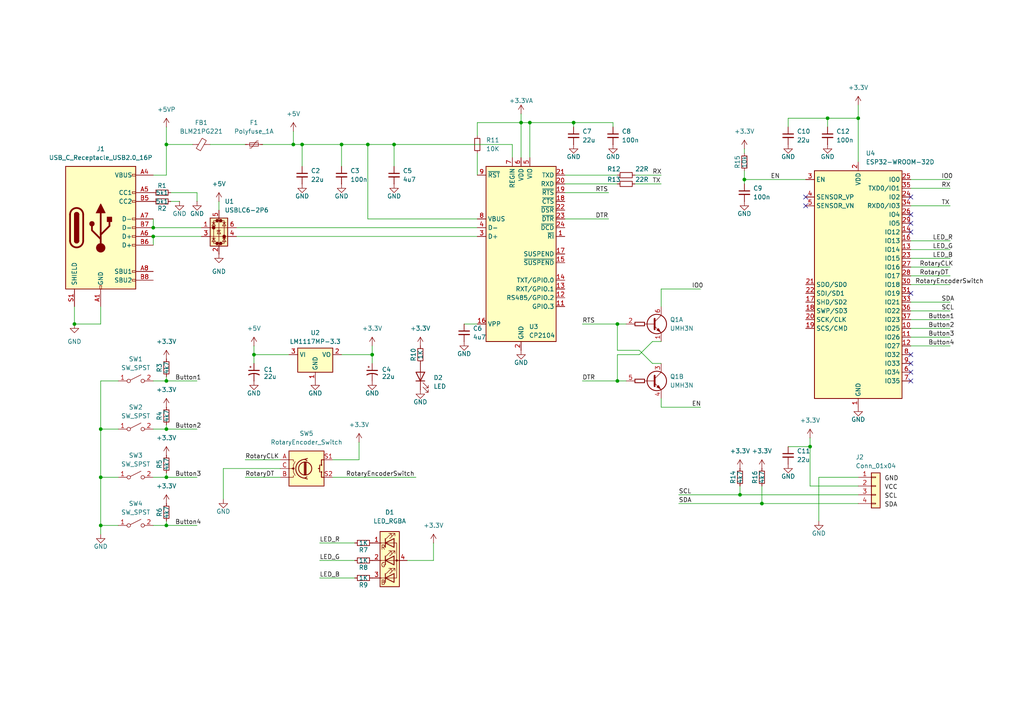
<source format=kicad_sch>
(kicad_sch (version 20231120) (generator "eeschema") (generator_version "8.0")
  (paper "A4")
  (lib_symbols
    (symbol "Connector:USB_C_Receptacle_USB2.0_16P" (pin_names (offset 1.016))
      (property "Reference" "J" (at 0 22.225 0))
      (property "Value" "USB_C_Receptacle_USB2.0_16P" (at 0 19.685 0))
      (symbol "USB_C_Receptacle_USB2.0_16P_1_1"
        (pin passive line (at 0 -22.86 90) (length 5.08) (name "GND") (number "A1"))
        (pin passive line (at 0 -22.86 90) (length 5.08) hide (name "GND") (number "A12"))
        (pin passive line (at 15.24 15.24 180) (length 5.08) (name "VBUS") (number "A4"))
        (pin bidirectional line (at 15.24 10.16 180) (length 5.08) (name "CC1") (number "A5"))
        (pin bidirectional line (at 15.24 -2.54 180) (length 5.08) (name "D+") (number "A6"))
        (pin bidirectional line (at 15.24 2.54 180) (length 5.08) (name "D-") (number "A7"))
        (pin bidirectional line (at 15.24 -12.7 180) (length 5.08) (name "SBU1") (number "A8"))
        (pin passive line (at 15.24 15.24 180) (length 5.08) hide (name "VBUS") (number "A9"))
        (pin passive line (at 0 -22.86 90) (length 5.08) hide (name "GND") (number "B1"))
        (pin passive line (at 0 -22.86 90) (length 5.08) hide (name "GND") (number "B12"))
        (pin passive line (at 15.24 15.24 180) (length 5.08) hide (name "VBUS") (number "B4"))
        (pin bidirectional line (at 15.24 7.62 180) (length 5.08) (name "CC2") (number "B5"))
        (pin bidirectional line (at 15.24 -5.08 180) (length 5.08) (name "D+") (number "B6"))
        (pin bidirectional line (at 15.24 0 180) (length 5.08) (name "D-") (number "B7"))
        (pin bidirectional line (at 15.24 -15.24 180) (length 5.08) (name "SBU2") (number "B8"))
        (pin passive line (at 15.24 15.24 180) (length 5.08) hide (name "VBUS") (number "B9"))
        (pin passive line (at -7.62 -22.86 90) (length 5.08) (name "SHIELD") (number "S1"))
      )
    )
    (symbol "Connector_Generic:Conn_01x04" (pin_names (offset 1.016) hide)
      (property "Reference" "J" (at 0 5.08 0))
      (property "Value" "Conn_01x04" (at 0 -7.62 0))
      (symbol "Conn_01x04_1_1"
        (pin passive line (at -5.08 2.54 0) (length 3.81) (name "Pin_1") (number "1"))
        (pin passive line (at -5.08 0 0) (length 3.81) (name "Pin_2") (number "2"))
        (pin passive line (at -5.08 -2.54 0) (length 3.81) (name "Pin_3") (number "3"))
        (pin passive line (at -5.08 -5.08 0) (length 3.81) (name "Pin_4") (number "4"))
      )
    )
    (symbol "Device:C_Polarized_Small_US" (pin_numbers hide) (pin_names (offset 0.254) hide)
      (property "Reference" "C" (at 0.254 1.778 0))
      (property "Value" "C_Polarized_Small_US" (at 0.254 -2.032 0))
      (symbol "C_Polarized_Small_US_1_1"
        (pin passive line (at 0 2.54 270) (length 2.032) (name "~") (number "1"))
        (pin passive line (at 0 -2.54 90) (length 2.032) (name "~") (number "2"))
      )
    )
    (symbol "Device:C_Small" (pin_numbers hide) (pin_names (offset 0.254) hide)
      (property "Reference" "C" (at 0.254 1.778 0))
      (property "Value" "C_Small" (at 0.254 -2.032 0))
      (symbol "C_Small_1_1"
        (pin passive line (at 0 2.54 270) (length 2.032) (name "~") (number "1"))
        (pin passive line (at 0 -2.54 90) (length 2.032) (name "~") (number "2"))
      )
    )
    (symbol "Device:FerriteBead_Small" (pin_numbers hide) (pin_names (offset 0))
      (property "Reference" "FB" (at 1.905 1.27 0))
      (property "Value" "FerriteBead_Small" (at 1.905 -1.27 0))
      (symbol "FerriteBead_Small_1_1"
        (pin passive line (at 0 2.54 270) (length 1.27) (name "~") (number "1"))
        (pin passive line (at 0 -2.54 90) (length 1.27) (name "~") (number "2"))
      )
    )
    (symbol "Device:LED" (pin_numbers hide) (pin_names (offset 1.016) hide)
      (property "Reference" "D" (at 0 2.54 0))
      (property "Value" "LED" (at 0 -2.54 0))
      (symbol "LED_1_1"
        (pin passive line (at -3.81 0 0) (length 2.54) (name "K") (number "1"))
        (pin passive line (at 3.81 0 180) (length 2.54) (name "A") (number "2"))
      )
    )
    (symbol "Device:LED_RGBA" (pin_names (offset 0) hide)
      (property "Reference" "D" (at 0 9.398 0))
      (property "Value" "LED_RGBA" (at 0 -8.89 0))
      (symbol "LED_RGBA_0_0"
        (text "B" (at -1.905 -6.35 0) (effects (font (size 1.27 1.27))))
        (text "G" (at -1.905 -1.27 0) (effects (font (size 1.27 1.27))))
        (text "R" (at -1.905 3.81 0) (effects (font (size 1.27 1.27))))
      )
      (symbol "LED_RGBA_1_1"
        (pin passive line (at -5.08 5.08 0) (length 2.54) (name "RK") (number "1"))
        (pin passive line (at -5.08 0 0) (length 2.54) (name "GK") (number "2"))
        (pin passive line (at -5.08 -5.08 0) (length 2.54) (name "BK") (number "3"))
        (pin passive line (at 5.08 0 180) (length 2.54) (name "A") (number "4"))
      )
    )
    (symbol "Device:Polyfuse_Small" (pin_numbers hide) (pin_names (offset 0))
      (property "Reference" "F" (at -1.905 0 90))
      (property "Value" "Polyfuse_Small" (at 1.905 0 90))
      (symbol "Polyfuse_Small_1_1"
        (pin passive line (at 0 2.54 270) (length 0.635) (name "~") (number "1"))
        (pin passive line (at 0 -2.54 90) (length 0.635) (name "~") (number "2"))
      )
    )
    (symbol "Device:R_Small" (pin_numbers hide) (pin_names (offset 0.254) hide)
      (property "Reference" "R" (at 0.762 0.508 0))
      (property "Value" "R_Small" (at 0.762 -1.016 0))
      (symbol "R_Small_1_1"
        (pin passive line (at 0 2.54 270) (length 0.762) (name "~") (number "1"))
        (pin passive line (at 0 -2.54 90) (length 0.762) (name "~") (number "2"))
      )
    )
    (symbol "Device:RotaryEncoder_Switch" (pin_names (offset 0.254) hide)
      (property "Reference" "SW" (at 0 6.604 0))
      (property "Value" "RotaryEncoder_Switch" (at 0 -6.604 0))
      (symbol "RotaryEncoder_Switch_1_1"
        (pin passive line (at -7.62 2.54 0) (length 2.54) (name "A") (number "A"))
        (pin passive line (at -7.62 -2.54 0) (length 2.54) (name "B") (number "B"))
        (pin passive line (at -7.62 0 0) (length 2.54) (name "C") (number "C"))
        (pin passive line (at 7.62 2.54 180) (length 2.54) (name "S1") (number "S1"))
        (pin passive line (at 7.62 -2.54 180) (length 2.54) (name "S2") (number "S2"))
      )
    )
    (symbol "Interface_USB:CP2104"
      (property "Reference" "U" (at -5.08 28.575 0))
      (property "Value" "CP2104" (at -5.08 26.67 0))
      (symbol "CP2104_1_1"
        (pin input line (at 12.7 5.08 180) (length 2.54) (name "~{RI}") (number "1"))
        (pin no_connect line (at 10.16 -20.32 180) (length 2.54) hide (name "NC") (number "10"))
        (pin bidirectional line (at 12.7 -15.24 180) (length 2.54) (name "GPIO.3") (number "11"))
        (pin bidirectional line (at 12.7 -12.7 180) (length 2.54) (name "RS485/GPIO.2") (number "12"))
        (pin bidirectional line (at 12.7 -10.16 180) (length 2.54) (name "RXT/GPIO.1") (number "13"))
        (pin bidirectional line (at 12.7 -7.62 180) (length 2.54) (name "TXT/GPIO.0") (number "14"))
        (pin output line (at 12.7 -2.54 180) (length 2.54) (name "~{SUSPEND}") (number "15"))
        (pin passive line (at -12.7 -20.32 0) (length 2.54) (name "VPP") (number "16"))
        (pin output line (at 12.7 0 180) (length 2.54) (name "SUSPEND") (number "17"))
        (pin input line (at 12.7 15.24 180) (length 2.54) (name "~{CTS}") (number "18"))
        (pin output line (at 12.7 17.78 180) (length 2.54) (name "~{RTS}") (number "19"))
        (pin power_in line (at 0 -27.94 90) (length 2.54) (name "GND") (number "2"))
        (pin input line (at 12.7 20.32 180) (length 2.54) (name "RXD") (number "20"))
        (pin output line (at 12.7 22.86 180) (length 2.54) (name "TXD") (number "21"))
        (pin input line (at 12.7 12.7 180) (length 2.54) (name "~{DSR}") (number "22"))
        (pin output line (at 12.7 10.16 180) (length 2.54) (name "~{DTR}") (number "23"))
        (pin input line (at 12.7 7.62 180) (length 2.54) (name "~{DCD}") (number "24"))
        (pin passive line (at 0 -27.94 90) (length 2.54) hide (name "GND") (number "25"))
        (pin bidirectional line (at -12.7 5.08 0) (length 2.54) (name "D+") (number "3"))
        (pin bidirectional line (at -12.7 7.62 0) (length 2.54) (name "D-") (number "4"))
        (pin power_in line (at 2.54 27.94 270) (length 2.54) (name "VIO") (number "5"))
        (pin power_in line (at 0 27.94 270) (length 2.54) (name "VDD") (number "6"))
        (pin power_in line (at -2.54 27.94 270) (length 2.54) (name "REGIN") (number "7"))
        (pin input line (at -12.7 10.16 0) (length 2.54) (name "VBUS") (number "8"))
        (pin bidirectional line (at -12.7 22.86 0) (length 2.54) (name "~{RST}") (number "9"))
      )
    )
    (symbol "Power_Protection:USBLC6-2P6" (pin_names hide)
      (property "Reference" "U" (at 0.635 5.715 0))
      (property "Value" "USBLC6-2P6" (at 0.635 3.81 0))
      (symbol "USBLC6-2P6_1_1"
        (pin passive line (at -5.08 0 0) (length 2.54) (name "I/O1") (number "1"))
        (pin passive line (at 0 -7.62 90) (length 2.54) (name "GND") (number "2"))
        (pin passive line (at -5.08 -2.54 0) (length 2.54) (name "I/O2") (number "3"))
        (pin passive line (at 5.08 -2.54 180) (length 2.54) (name "I/O2") (number "4"))
        (pin passive line (at 0 5.08 270) (length 2.54) (name "VBUS") (number "5"))
        (pin passive line (at 5.08 0 180) (length 2.54) (name "I/O1") (number "6"))
      )
    )
    (symbol "RF_Module:ESP32-WROOM-32D"
      (property "Reference" "U" (at -12.7 34.29 0))
      (property "Value" "ESP32-WROOM-32D" (at 1.27 34.29 0))
      (symbol "ESP32-WROOM-32D_1_1"
        (pin power_in line (at 0 -35.56 90) (length 2.54) (name "GND") (number "1"))
        (pin bidirectional line (at 15.24 -12.7 180) (length 2.54) (name "IO25") (number "10"))
        (pin bidirectional line (at 15.24 -15.24 180) (length 2.54) (name "IO26") (number "11"))
        (pin bidirectional line (at 15.24 -17.78 180) (length 2.54) (name "IO27") (number "12"))
        (pin bidirectional line (at 15.24 10.16 180) (length 2.54) (name "IO14") (number "13"))
        (pin bidirectional line (at 15.24 15.24 180) (length 2.54) (name "IO12") (number "14"))
        (pin passive line (at 0 -35.56 90) (length 2.54) hide (name "GND") (number "15"))
        (pin bidirectional line (at 15.24 12.7 180) (length 2.54) (name "IO13") (number "16"))
        (pin bidirectional line (at -15.24 -5.08 0) (length 2.54) (name "SHD/SD2") (number "17"))
        (pin bidirectional line (at -15.24 -7.62 0) (length 2.54) (name "SWP/SD3") (number "18"))
        (pin bidirectional line (at -15.24 -12.7 0) (length 2.54) (name "SCS/CMD") (number "19"))
        (pin power_in line (at 0 35.56 270) (length 2.54) (name "VDD") (number "2"))
        (pin bidirectional line (at -15.24 -10.16 0) (length 2.54) (name "SCK/CLK") (number "20"))
        (pin bidirectional line (at -15.24 0 0) (length 2.54) (name "SDO/SD0") (number "21"))
        (pin bidirectional line (at -15.24 -2.54 0) (length 2.54) (name "SDI/SD1") (number "22"))
        (pin bidirectional line (at 15.24 7.62 180) (length 2.54) (name "IO15") (number "23"))
        (pin bidirectional line (at 15.24 25.4 180) (length 2.54) (name "IO2") (number "24"))
        (pin bidirectional line (at 15.24 30.48 180) (length 2.54) (name "IO0") (number "25"))
        (pin bidirectional line (at 15.24 20.32 180) (length 2.54) (name "IO4") (number "26"))
        (pin bidirectional line (at 15.24 5.08 180) (length 2.54) (name "IO16") (number "27"))
        (pin bidirectional line (at 15.24 2.54 180) (length 2.54) (name "IO17") (number "28"))
        (pin bidirectional line (at 15.24 17.78 180) (length 2.54) (name "IO5") (number "29"))
        (pin input line (at -15.24 30.48 0) (length 2.54) (name "EN") (number "3"))
        (pin bidirectional line (at 15.24 0 180) (length 2.54) (name "IO18") (number "30"))
        (pin bidirectional line (at 15.24 -2.54 180) (length 2.54) (name "IO19") (number "31"))
        (pin no_connect line (at -12.7 -27.94 0) (length 2.54) hide (name "NC") (number "32"))
        (pin bidirectional line (at 15.24 -5.08 180) (length 2.54) (name "IO21") (number "33"))
        (pin bidirectional line (at 15.24 22.86 180) (length 2.54) (name "RXD0/IO3") (number "34"))
        (pin bidirectional line (at 15.24 27.94 180) (length 2.54) (name "TXD0/IO1") (number "35"))
        (pin bidirectional line (at 15.24 -7.62 180) (length 2.54) (name "IO22") (number "36"))
        (pin bidirectional line (at 15.24 -10.16 180) (length 2.54) (name "IO23") (number "37"))
        (pin passive line (at 0 -35.56 90) (length 2.54) hide (name "GND") (number "38"))
        (pin passive line (at 0 -35.56 90) (length 2.54) hide (name "GND") (number "39"))
        (pin input line (at -15.24 25.4 0) (length 2.54) (name "SENSOR_VP") (number "4"))
        (pin input line (at -15.24 22.86 0) (length 2.54) (name "SENSOR_VN") (number "5"))
        (pin input line (at 15.24 -25.4 180) (length 2.54) (name "IO34") (number "6"))
        (pin input line (at 15.24 -27.94 180) (length 2.54) (name "IO35") (number "7"))
        (pin bidirectional line (at 15.24 -20.32 180) (length 2.54) (name "IO32") (number "8"))
        (pin bidirectional line (at 15.24 -22.86 180) (length 2.54) (name "IO33") (number "9"))
      )
    )
    (symbol "Regulator_Linear:LM1117MP-3.3"
      (property "Reference" "U" (at -3.81 3.175 0))
      (property "Value" "LM1117MP-3.3" (at 0 3.175 0))
      (symbol "LM1117MP-3.3_1_1"
        (pin power_in line (at 0 -7.62 90) (length 2.54) (name "GND") (number "1"))
        (pin power_out line (at 7.62 0 180) (length 2.54) (name "VO") (number "2"))
        (pin power_in line (at -7.62 0 0) (length 2.54) (name "VI") (number "3"))
      )
    )
    (symbol "Switch:SW_SPST" (pin_names (offset 0) hide)
      (property "Reference" "SW" (at 0 3.175 0))
      (property "Value" "SW_SPST" (at 0 -2.54 0))
      (symbol "SW_SPST_1_1"
        (pin passive line (at -5.08 0 0) (length 2.54) (name "A") (number "1"))
        (pin passive line (at 5.08 0 180) (length 2.54) (name "B") (number "2"))
      )
    )
    (symbol "Transistor_BJT:UMH3N" (pin_names hide)
      (property "Reference" "Q" (at 7.62 1.27 0))
      (property "Value" "UMH3N" (at 7.62 -1.27 0))
      (symbol "UMH3N_1_1"
        (pin passive line (at 5.08 -5.08 90) (length 2.54) (name "E1") (number "1"))
        (pin input line (at -5.08 0 0) (length 2.54) (name "B1") (number "2"))
        (pin passive line (at 5.08 5.08 270) (length 2.54) (name "C1") (number "6"))
      )
      (symbol "UMH3N_2_1"
        (pin passive line (at 5.08 5.08 270) (length 2.54) (name "C2") (number "3"))
        (pin passive line (at 5.08 -5.08 90) (length 2.54) (name "E2") (number "4"))
        (pin input line (at -5.08 0 0) (length 2.54) (name "B2") (number "5"))
      )
    )
    (symbol "power:+3.3V" (power) (pin_numbers hide) (pin_names (offset 0) hide)
      (property "Value" "+3.3V" (at 0 3.556 0))
      (symbol "+3.3V_1_1"
        (pin power_in line (at 0 0 90) (length 0) (name "~") (number "1"))
      )
    )
    (symbol "power:+3.3VA" (power) (pin_numbers hide) (pin_names (offset 0) hide)
      (property "Value" "+3.3VA" (at 0 3.556 0))
      (symbol "+3.3VA_1_1"
        (pin power_in line (at 0 0 90) (length 0) (name "~") (number "1"))
      )
    )
    (symbol "power:+5V" (power) (pin_numbers hide) (pin_names (offset 0) hide)
      (property "Value" "+5V" (at 0 3.556 0))
      (symbol "+5V_1_1"
        (pin power_in line (at 0 0 90) (length 0) (name "~") (number "1"))
      )
    )
    (symbol "power:+5VP" (power) (pin_numbers hide) (pin_names (offset 0) hide)
      (property "Value" "+5VP" (at 0 3.556 0))
      (symbol "+5VP_1_1"
        (pin power_in line (at 0 0 90) (length 0) (name "~") (number "1"))
      )
    )
    (symbol "power:GND" (power) (pin_numbers hide) (pin_names (offset 0) hide)
      (property "Value" "GND" (at 0 -3.81 0))
      (symbol "GND_1_1"
        (pin power_in line (at 0 0 270) (length 0) (name "~") (number "1"))
      )
    )
  )
  (junction (at 179.07 93.98))
  (junction (at 48.26 138.43))
  (junction (at 151.13 35.56))
  (junction (at 107.95 102.87))
  (junction (at 220.98 146.05))
  (junction (at 106.68 41.91))
  (junction (at 153.67 35.56))
  (junction (at 85.09 41.91))
  (junction (at 87.63 41.91))
  (junction (at 29.21 124.46))
  (junction (at 21.59 93.98))
  (junction (at 44.45 68.58))
  (junction (at 73.66 102.87))
  (junction (at 48.26 152.4))
  (junction (at 48.26 110.49))
  (junction (at 48.26 41.91))
  (junction (at 248.92 34.29))
  (junction (at 179.07 110.49))
  (junction (at 166.37 35.56))
  (junction (at 114.3 41.91))
  (junction (at 215.9 52.07))
  (junction (at 48.26 124.46))
  (junction (at 214.63 143.51))
  (junction (at 44.45 66.04))
  (junction (at 234.95 129.54))
  (junction (at 29.21 138.43))
  (junction (at 99.06 41.91))
  (junction (at 240.03 34.29))
  (junction (at 29.21 152.4))
  (no_connect (at 264.16 64.77))
  (no_connect (at 264.16 85.09))
  (no_connect (at 233.68 57.15))
  (no_connect (at 264.16 67.31))
  (no_connect (at 264.16 57.15))
  (no_connect (at 264.16 107.95))
  (no_connect (at 264.16 62.23))
  (no_connect (at 233.68 59.69))
  (no_connect (at 264.16 110.49))
  (no_connect (at 264.16 102.87))
  (no_connect (at 264.16 105.41))
  (wire (pts (xy 191.77 88.9) (xy 191.77 83.82)))
  (wire (pts (xy 248.92 34.29) (xy 248.92 46.99)))
  (wire (pts (xy 184.15 53.34) (xy 191.77 53.34)))
  (wire (pts (xy 21.59 93.98) (xy 29.21 93.98)))
  (wire (pts (xy 264.16 72.39) (xy 275.59 72.39)))
  (wire (pts (xy 106.68 41.91) (xy 106.68 63.5)))
  (wire (pts (xy 264.16 69.85) (xy 275.59 69.85)))
  (wire (pts (xy 138.43 35.56) (xy 151.13 35.56)))
  (wire (pts (xy 264.16 77.47) (xy 275.59 77.47)))
  (wire (pts (xy 114.3 41.91) (xy 148.59 41.91)))
  (wire (pts (xy 168.91 93.98) (xy 179.07 93.98)))
  (wire (pts (xy 48.26 36.83) (xy 48.26 41.91)))
  (wire (pts (xy 138.43 35.56) (xy 138.43 39.37)))
  (wire (pts (xy 264.16 90.17) (xy 275.59 90.17)))
  (wire (pts (xy 107.95 100.33) (xy 107.95 102.87)))
  (wire (pts (xy 104.14 128.27) (xy 104.14 133.35)))
  (wire (pts (xy 191.77 99.06) (xy 189.23 99.06)))
  (wire (pts (xy 185.42 102.87) (xy 179.07 102.87)))
  (wire (pts (xy 63.5 58.42) (xy 63.5 60.96)))
  (wire (pts (xy 264.16 80.01) (xy 275.59 80.01)))
  (wire (pts (xy 163.83 63.5) (xy 176.53 63.5)))
  (wire (pts (xy 177.8 36.83) (xy 177.8 35.56)))
  (wire (pts (xy 44.45 68.58) (xy 44.45 71.12)))
  (wire (pts (xy 29.21 124.46) (xy 29.21 138.43)))
  (wire (pts (xy 153.67 45.72) (xy 153.67 35.56)))
  (wire (pts (xy 214.63 143.51) (xy 248.92 143.51)))
  (wire (pts (xy 29.21 152.4) (xy 34.29 152.4)))
  (wire (pts (xy 48.26 152.4) (xy 57.15 152.4)))
  (wire (pts (xy 179.07 93.98) (xy 181.61 93.98)))
  (wire (pts (xy 138.43 44.45) (xy 138.43 50.8)))
  (wire (pts (xy 107.95 102.87) (xy 107.95 105.41)))
  (wire (pts (xy 264.16 59.69) (xy 275.59 59.69)))
  (wire (pts (xy 52.07 58.42) (xy 49.53 58.42)))
  (wire (pts (xy 85.09 41.91) (xy 87.63 41.91)))
  (wire (pts (xy 264.16 74.93) (xy 275.59 74.93)))
  (wire (pts (xy 185.42 102.87) (xy 189.23 99.06)))
  (wire (pts (xy 163.83 50.8) (xy 179.07 50.8)))
  (wire (pts (xy 85.09 38.1) (xy 85.09 41.91)))
  (wire (pts (xy 191.77 105.41) (xy 189.23 105.41)))
  (wire (pts (xy 44.45 66.04) (xy 58.42 66.04)))
  (wire (pts (xy 179.07 102.87) (xy 179.07 110.49)))
  (wire (pts (xy 228.6 129.54) (xy 234.95 129.54)))
  (wire (pts (xy 215.9 52.07) (xy 233.68 52.07)))
  (wire (pts (xy 44.45 138.43) (xy 48.26 138.43)))
  (wire (pts (xy 68.58 68.58) (xy 138.43 68.58)))
  (wire (pts (xy 214.63 140.97) (xy 214.63 143.51)))
  (wire (pts (xy 48.26 41.91) (xy 55.88 41.91)))
  (wire (pts (xy 264.16 95.25) (xy 275.59 95.25)))
  (wire (pts (xy 118.11 162.56) (xy 125.73 162.56)))
  (wire (pts (xy 73.66 100.33) (xy 73.66 102.87)))
  (wire (pts (xy 44.45 152.4) (xy 48.26 152.4)))
  (wire (pts (xy 99.06 41.91) (xy 99.06 48.26)))
  (wire (pts (xy 44.45 63.5) (xy 44.45 66.04)))
  (wire (pts (xy 248.92 138.43) (xy 237.49 138.43)))
  (wire (pts (xy 220.98 146.05) (xy 248.92 146.05)))
  (wire (pts (xy 177.8 35.56) (xy 166.37 35.56)))
  (wire (pts (xy 48.26 151.13) (xy 48.26 152.4)))
  (wire (pts (xy 196.85 143.51) (xy 214.63 143.51)))
  (wire (pts (xy 196.85 146.05) (xy 220.98 146.05)))
  (wire (pts (xy 234.95 129.54) (xy 234.95 127)))
  (wire (pts (xy 264.16 52.07) (xy 275.59 52.07)))
  (wire (pts (xy 264.16 54.61) (xy 275.59 54.61)))
  (wire (pts (xy 44.45 124.46) (xy 48.26 124.46)))
  (wire (pts (xy 99.06 41.91) (xy 106.68 41.91)))
  (wire (pts (xy 215.9 43.18) (xy 215.9 44.45)))
  (wire (pts (xy 191.77 118.11) (xy 203.2 118.11)))
  (wire (pts (xy 48.26 110.49) (xy 57.15 110.49)))
  (wire (pts (xy 106.68 41.91) (xy 114.3 41.91)))
  (wire (pts (xy 68.58 66.04) (xy 138.43 66.04)))
  (wire (pts (xy 168.91 110.49) (xy 179.07 110.49)))
  (wire (pts (xy 49.53 55.88) (xy 57.15 55.88)))
  (wire (pts (xy 48.26 41.91) (xy 48.26 50.8)))
  (wire (pts (xy 48.26 137.16) (xy 48.26 138.43)))
  (wire (pts (xy 240.03 34.29) (xy 240.03 36.83)))
  (wire (pts (xy 48.26 124.46) (xy 57.15 124.46)))
  (wire (pts (xy 73.66 102.87) (xy 73.66 105.41)))
  (wire (pts (xy 87.63 41.91) (xy 87.63 48.26)))
  (wire (pts (xy 73.66 102.87) (xy 83.82 102.87)))
  (wire (pts (xy 264.16 100.33) (xy 275.59 100.33)))
  (wire (pts (xy 64.77 135.89) (xy 64.77 144.78)))
  (wire (pts (xy 220.98 140.97) (xy 220.98 146.05)))
  (wire (pts (xy 138.43 63.5) (xy 106.68 63.5)))
  (wire (pts (xy 60.96 41.91) (xy 71.12 41.91)))
  (wire (pts (xy 234.95 129.54) (xy 234.95 140.97)))
  (wire (pts (xy 163.83 55.88) (xy 176.53 55.88)))
  (wire (pts (xy 99.06 102.87) (xy 107.95 102.87)))
  (wire (pts (xy 237.49 138.43) (xy 237.49 151.13)))
  (wire (pts (xy 264.16 87.63) (xy 275.59 87.63)))
  (wire (pts (xy 92.71 162.56) (xy 102.87 162.56)))
  (wire (pts (xy 228.6 36.83) (xy 228.6 34.29)))
  (wire (pts (xy 264.16 92.71) (xy 275.59 92.71)))
  (wire (pts (xy 163.83 53.34) (xy 179.07 53.34)))
  (wire (pts (xy 228.6 34.29) (xy 240.03 34.29)))
  (wire (pts (xy 215.9 52.07) (xy 215.9 53.34)))
  (wire (pts (xy 34.29 124.46) (xy 29.21 124.46)))
  (wire (pts (xy 185.42 101.6) (xy 179.07 101.6)))
  (wire (pts (xy 104.14 133.35) (xy 96.52 133.35)))
  (wire (pts (xy 148.59 41.91) (xy 148.59 45.72)))
  (wire (pts (xy 191.77 83.82) (xy 203.2 83.82)))
  (wire (pts (xy 81.28 135.89) (xy 64.77 135.89)))
  (wire (pts (xy 179.07 101.6) (xy 179.07 93.98)))
  (wire (pts (xy 34.29 110.49) (xy 29.21 110.49)))
  (wire (pts (xy 153.67 35.56) (xy 151.13 35.56)))
  (wire (pts (xy 134.62 93.98) (xy 138.43 93.98)))
  (wire (pts (xy 29.21 138.43) (xy 34.29 138.43)))
  (wire (pts (xy 191.77 115.57) (xy 191.77 118.11)))
  (wire (pts (xy 125.73 162.56) (xy 125.73 157.48)))
  (wire (pts (xy 71.12 138.43) (xy 81.28 138.43)))
  (wire (pts (xy 21.59 88.9) (xy 21.59 93.98)))
  (wire (pts (xy 48.26 123.19) (xy 48.26 124.46)))
  (wire (pts (xy 264.16 82.55) (xy 275.59 82.55)))
  (wire (pts (xy 76.2 41.91) (xy 85.09 41.91)))
  (wire (pts (xy 44.45 110.49) (xy 48.26 110.49)))
  (wire (pts (xy 240.03 34.29) (xy 248.92 34.29)))
  (wire (pts (xy 29.21 88.9) (xy 29.21 93.98)))
  (wire (pts (xy 185.42 101.6) (xy 189.23 105.41)))
  (wire (pts (xy 29.21 138.43) (xy 29.21 152.4)))
  (wire (pts (xy 29.21 110.49) (xy 29.21 124.46)))
  (wire (pts (xy 29.21 154.94) (xy 29.21 152.4)))
  (wire (pts (xy 151.13 35.56) (xy 151.13 45.72)))
  (wire (pts (xy 264.16 97.79) (xy 275.59 97.79)))
  (wire (pts (xy 92.71 167.64) (xy 102.87 167.64)))
  (wire (pts (xy 48.26 109.22) (xy 48.26 110.49)))
  (wire (pts (xy 248.92 30.48) (xy 248.92 34.29)))
  (wire (pts (xy 215.9 49.53) (xy 215.9 52.07)))
  (wire (pts (xy 166.37 35.56) (xy 153.67 35.56)))
  (wire (pts (xy 166.37 36.83) (xy 166.37 35.56)))
  (wire (pts (xy 114.3 41.91) (xy 114.3 48.26)))
  (wire (pts (xy 44.45 50.8) (xy 48.26 50.8)))
  (wire (pts (xy 96.52 138.43) (xy 120.65 138.43)))
  (wire (pts (xy 184.15 50.8) (xy 191.77 50.8)))
  (wire (pts (xy 151.13 33.02) (xy 151.13 35.56)))
  (wire (pts (xy 92.71 157.48) (xy 102.87 157.48)))
  (wire (pts (xy 48.26 138.43) (xy 57.15 138.43)))
  (wire (pts (xy 44.45 68.58) (xy 58.42 68.58)))
  (wire (pts (xy 87.63 41.91) (xy 99.06 41.91)))
  (wire (pts (xy 71.12 133.35) (xy 81.28 133.35)))
  (wire (pts (xy 57.15 55.88) (xy 57.15 58.42)))
  (wire (pts (xy 234.95 140.97) (xy 248.92 140.97)))
  (wire (pts (xy 179.07 110.49) (xy 181.61 110.49)))
  (label "Button1" (at 50.8 110.49 0))
  (label "LED_B" (at 92.71 167.64 0))
  (label "SCL" (at 256.54 144.78 0))
  (label "RotaryEncoderSwitch" (at 265.43 82.55 0))
  (label "DTR" (at 168.91 110.49 0))
  (label "EN" (at 200.66 118.11 0))
  (label "LED_G" (at 270.51 72.39 0))
  (label "SCL" (at 273.05 90.17 0))
  (label "RTS" (at 168.91 93.98 0))
  (label "TX" (at 189.23 53.34 0))
  (label "IO0" (at 200.66 83.82 0))
  (label "Button2" (at 50.8 124.46 0))
  (label "IO0" (at 273.05 52.07 0))
  (label "LED_G" (at 92.71 162.56 0))
  (label "Button4" (at 269.24 100.33 0))
  (label "Button3" (at 269.24 97.79 0))
  (label "RX" (at 273.05 54.61 0))
  (label "EN" (at 223.52 52.07 0))
  (label "RotaryCLK" (at 266.7 77.47 0))
  (label "RX" (at 189.23 50.8 0))
  (label "SDA" (at 273.05 87.63 0))
  (label "RotaryEncoderSwitch" (at 100.33 138.43 0))
  (label "TX" (at 273.05 59.69 0))
  (label "RotaryCLK" (at 71.12 133.35 0))
  (label "SDA" (at 256.54 147.32 0))
  (label "RotaryDT" (at 266.7 80.01 0))
  (label "RotaryDT" (at 71.12 138.43 0))
  (label "Button3" (at 50.8 138.43 0))
  (label "RTS" (at 172.72 55.88 0))
  (label "LED_R" (at 270.51 69.85 0))
  (label "VCC" (at 256.54 142.24 0))
  (label "LED_B" (at 270.51 74.93 0))
  (label "DTR" (at 172.72 63.5 0))
  (label "SCL" (at 196.85 143.51 0))
  (label "Button1" (at 269.24 92.71 0))
  (label "LED_R" (at 92.71 157.48 0))
  (label "Button4" (at 50.8 152.4 0))
  (label "GND" (at 256.54 139.7 0))
  (label "SDA" (at 196.85 146.05 0))
  (label "Button2" (at 269.24 95.25 0))
  (symbol (lib_id "power:GND") (at 107.95 110.49 0) (unit 1)
    (property "Reference" "#PWR021" (effects (hide yes)))
    (property "Value" "GND" (at 107.95 114.046 0))
    (property "Description" "Power symbol creates a global label with name \"GND\" , ground" (effects (hide yes)))
  )
  (symbol (lib_id "Device:R_Small") (at 48.26 106.68 180) (unit 1)
    (property "Reference" "R3" (at 46.228 106.68 90))
    (property "Value" "4k7" (at 48.26 106.68 90))
    (property "Footprint" "Resistor_SMD:R_0402_1005Metric_Pad0.72x0.64mm_HandSolder" (effects (hide yes)))
    (property "Description" "Resistor, small symbol" (effects (hide yes)))
  )
  (symbol (lib_id "Device:Polyfuse_Small") (at 73.66 41.91 90) (unit 1)
    (property "Reference" "F1" (at 73.66 35.56 90))
    (property "Value" "Polyfuse_1A" (at 73.66 38.1 90))
    (property "Footprint" "Fuse:Fuse_1206_3216Metric_Pad1.42x1.75mm_HandSolder" (effects (hide yes)))
    (property "Description" "Resettable fuse, polymeric positive temperature coefficient, small symbol" (effects (hide yes)))
  )
  (symbol (lib_id "Device:R_Small") (at 220.98 138.43 180) (unit 1)
    (property "Reference" "R16" (at 218.948 138.43 90))
    (property "Value" "4k7" (at 220.98 138.43 90))
    (property "Footprint" "Resistor_SMD:R_0402_1005Metric_Pad0.72x0.64mm_HandSolder" (effects (hide yes)))
    (property "Description" "Resistor, small symbol" (effects (hide yes)))
  )
  (symbol (lib_id "power:GND") (at 237.49 151.13 0) (unit 1)
    (property "Reference" "#PWR038" (effects (hide yes)))
    (property "Value" "GND" (at 237.49 154.686 0))
    (property "Description" "Power symbol creates a global label with name \"GND\" , ground" (effects (hide yes)))
  )
  (symbol (lib_id "power:+3.3V") (at 234.95 127 0) (unit 1)
    (property "Reference" "#PWR037" (effects (hide yes)))
    (property "Value" "+3.3V" (at 234.95 121.92 0))
    (property "Description" "Power symbol creates a global label with name \"+3.3V\"" (effects (hide yes)))
  )
  (symbol (lib_id "Interface_USB:CP2104") (at 151.13 73.66 0) (unit 1)
    (property "Reference" "U3" (at 153.416 94.742 0) (effects (justify left)))
    (property "Value" "CP2104" (at 153.416 97.282 0) (effects (justify left)))
    (property "Footprint" "Package_DFN_QFN:QFN-24-1EP_4x4mm_P0.5mm_EP2.6x2.6mm" (effects (hide yes)))
    (property "Datasheet" "https://www.silabs.com/documents/public/data-sheets/cp2104.pdf" (effects (hide yes)))
    (property "Description" "Single-Chip USB-to-UART Bridge, USB 2.0 Full-Speed, 2Mbps UART, QFN-24" (effects (hide yes)))
  )
  (symbol (lib_id "Device:C_Small") (at 166.37 39.37 0) (unit 1)
    (property "Reference" "C7" (at 168.91 38.1062 0) (effects (justify left)))
    (property "Value" "22u" (at 168.91 40.6462 0) (effects (justify left)))
    (property "Footprint" "Capacitor_SMD:C_0805_2012Metric_Pad1.18x1.45mm_HandSolder" (effects (hide yes)))
    (property "Description" "Unpolarized capacitor, small symbol" (effects (hide yes)))
  )
  (symbol (lib_id "Device:C_Small") (at 215.9 55.88 0) (unit 1)
    (property "Reference" "C9" (at 218.44 54.6162 0) (effects (justify left)))
    (property "Value" "100n" (at 218.44 57.1562 0) (effects (justify left)))
    (property "Footprint" "Capacitor_SMD:C_0402_1005Metric_Pad0.74x0.62mm_HandSolder" (effects (hide yes)))
    (property "Description" "Unpolarized capacitor, small symbol" (effects (hide yes)))
  )
  (symbol (lib_id "Switch:SW_SPST") (at 39.37 152.4 0) (unit 1)
    (property "Reference" "SW4" (at 39.37 146.05 0))
    (property "Value" "SW_SPST" (at 39.37 148.59 0))
    (property "Footprint" "Button_Switch_THT:SW_PUSH_6mm_H4.3mm" (effects (hide yes)))
    (property "Description" "Single Pole Single Throw (SPST) switch" (effects (hide yes)))
  )
  (symbol (lib_id "power:+5V") (at 85.09 38.1 0) (unit 1)
    (property "Reference" "#PWR015" (effects (hide yes)))
    (property "Value" "+5V" (at 85.09 33.02 0))
    (property "Description" "Power symbol creates a global label with name \"+5V\"" (effects (hide yes)))
  )
  (symbol (lib_id "RF_Module:ESP32-WROOM-32D") (at 248.92 82.55 0) (unit 1)
    (property "Reference" "U4" (at 251.1141 44.45 0) (effects (justify left)))
    (property "Value" "ESP32-WROOM-32D" (at 251.1141 46.99 0) (effects (justify left)))
    (property "Footprint" "RF_Module:ESP32-WROOM-32D" (effects (hide yes)))
    (property "Datasheet" "https://www.espressif.com/sites/default/files/documentation/esp32-wroom-32d_esp32-wroom-32u_datasheet_en.pdf" (effects (hide yes)))
    (property "Description" "RF Module, ESP32-D0WD SoC, Wi-Fi 802.11b/g/n, Bluetooth, BLE, 32-bit, 2.7-3.6V, onboard antenna, SMD" (effects (hide yes)))
  )
  (symbol (lib_id "Device:R_Small") (at 105.41 167.64 270) (unit 1)
    (property "Reference" "R9" (at 105.41 169.672 90))
    (property "Value" "1K" (at 105.41 167.64 90))
    (property "Footprint" "Resistor_SMD:R_0402_1005Metric_Pad0.72x0.64mm_HandSolder" (effects (hide yes)))
    (property "Description" "Resistor, small symbol" (effects (hide yes)))
  )
  (symbol (lib_id "power:+3.3V") (at 220.98 135.89 0) (unit 1)
    (property "Reference" "#PWR034" (effects (hide yes)))
    (property "Value" "+3.3V" (at 220.98 130.81 0))
    (property "Description" "Power symbol creates a global label with name \"+3.3V\"" (effects (hide yes)))
  )
  (symbol (lib_id "Power_Protection:USBLC6-2P6") (at 63.5 66.04 0) (unit 1)
    (property "Reference" "U1" (at 65.1511 58.42 0) (effects (justify left)))
    (property "Value" "USBLC6-2P6" (at 65.1511 60.96 0) (effects (justify left)))
    (property "Footprint" "Package_TO_SOT_SMD:SOT-666" (effects (hide yes)))
    (property "Datasheet" "https://www.st.com/resource/en/datasheet/usblc6-2.pdf" (effects (hide yes)))
    (property "Description" "Very low capacitance ESD protection diode, 2 data-line, SOT-666" (effects (hide yes)))
  )
  (symbol (lib_id "Device:C_Small") (at 228.6 39.37 0) (unit 1)
    (property "Reference" "C10" (at 231.14 38.1062 0) (effects (justify left)))
    (property "Value" "22u" (at 231.14 40.6462 0) (effects (justify left)))
    (property "Footprint" "Capacitor_SMD:C_0805_2012Metric_Pad1.18x1.45mm_HandSolder" (effects (hide yes)))
    (property "Description" "Unpolarized capacitor, small symbol" (effects (hide yes)))
  )
  (symbol (lib_id "Device:C_Small") (at 177.8 39.37 0) (unit 1)
    (property "Reference" "C8" (at 180.34 38.1062 0) (effects (justify left)))
    (property "Value" "100n" (at 180.34 40.6462 0) (effects (justify left)))
    (property "Footprint" "Capacitor_SMD:C_0402_1005Metric_Pad0.74x0.62mm_HandSolder" (effects (hide yes)))
    (property "Description" "Unpolarized capacitor, small symbol" (effects (hide yes)))
  )
  (symbol (lib_id "Regulator_Linear:LM1117MP-3.3") (at 91.44 102.87 0) (unit 1)
    (property "Reference" "U2" (at 91.44 96.52 0))
    (property "Value" "LM1117MP-3.3" (at 91.44 99.06 0))
    (property "Footprint" "Package_TO_SOT_SMD:SOT-223-3_TabPin2" (effects (hide yes)))
    (property "Datasheet" "http://www.ti.com/lit/ds/symlink/lm1117.pdf" (effects (hide yes)))
    (property "Description" "800mA Low-Dropout Linear Regulator, 3.3V fixed output, SOT-223" (effects (hide yes)))
  )
  (symbol (lib_id "power:GND") (at 228.6 134.62 0) (unit 1)
    (property "Reference" "#PWR036" (effects (hide yes)))
    (property "Value" "GND" (at 228.6 138.176 0))
    (property "Description" "Power symbol creates a global label with name \"GND\" , ground" (effects (hide yes)))
  )
  (symbol (lib_id "power:+5VP") (at 48.26 36.83 0) (unit 1)
    (property "Reference" "#PWR03" (effects (hide yes)))
    (property "Value" "+5VP" (at 48.26 31.75 0))
    (property "Description" "Power symbol creates a global label with name \"+5VP\"" (effects (hide yes)))
  )
  (symbol (lib_id "Transistor_BJT:UMH3N") (at 186.69 110.49 0) (unit 2)
    (property "Reference" "Q1" (at 194.31 109.2199 0) (effects (justify left)))
    (property "Value" "UMH3N" (at 194.31 111.7599 0) (effects (justify left)))
    (property "Footprint" "Package_TO_SOT_SMD:SOT-363_SC-70-6" (effects (hide yes)))
    (property "Datasheet" "http://rohmfs.rohm.com/en/products/databook/datasheet/discrete/transistor/digital/emh3t2r-e.pdf" (effects (hide yes)))
    (property "Description" "0.1A Ic, 50V Vce, Dual NPN Input Resistor Transistors, SOT-363" (effects (hide yes)))
  )
  (symbol (lib_id "Device:R_Small") (at 215.9 46.99 180) (unit 1)
    (property "Reference" "R15" (at 213.868 46.99 90))
    (property "Value" "10k" (at 215.9 46.99 90))
    (property "Footprint" "Resistor_SMD:R_0402_1005Metric_Pad0.72x0.64mm_HandSolder" (effects (hide yes)))
    (property "Description" "Resistor, small symbol" (effects (hide yes)))
  )
  (symbol (lib_id "Device:R_Small") (at 138.43 41.91 0) (unit 1)
    (property "Reference" "R11" (at 140.97 40.6399 0) (effects (justify left)))
    (property "Value" "10K" (at 140.97 43.1799 0) (effects (justify left)))
    (property "Footprint" "Resistor_SMD:R_0402_1005Metric_Pad0.72x0.64mm_HandSolder" (effects (hide yes)))
    (property "Description" "Resistor, small symbol" (effects (hide yes)))
  )
  (symbol (lib_id "Device:R_Small") (at 181.61 53.34 90) (unit 1)
    (property "Reference" "R13" (at 178.054 52.07 90))
    (property "Value" "22R" (at 186.182 52.07 90))
    (property "Footprint" "Resistor_SMD:R_0402_1005Metric_Pad0.72x0.64mm_HandSolder" (effects (hide yes)))
    (property "Description" "Resistor, small symbol" (effects (hide yes)))
  )
  (symbol (lib_id "power:+3.3V") (at 48.26 132.08 0) (unit 1)
    (property "Reference" "#PWR06" (effects (hide yes)))
    (property "Value" "+3.3V" (at 48.26 127 0))
    (property "Description" "Power symbol creates a global label with name \"+3.3V\"" (effects (hide yes)))
  )
  (symbol (lib_id "power:GND") (at 166.37 41.91 0) (unit 1)
    (property "Reference" "#PWR029" (effects (hide yes)))
    (property "Value" "GND" (at 166.37 45.466 0))
    (property "Description" "Power symbol creates a global label with name \"GND\" , ground" (effects (hide yes)))
  )
  (symbol (lib_id "Device:RotaryEncoder_Switch") (at 88.9 135.89 0) (unit 1)
    (property "Reference" "SW5" (at 88.9 125.73 0))
    (property "Value" "RotaryEncoder_Switch" (at 88.9 128.27 0))
    (property "Footprint" "Rotary_Encoder:RotaryEncoder_Alps_EC11E-Switch_Vertical_H20mm" (effects (hide yes)))
    (property "Description" "Rotary encoder, dual channel, incremental quadrate outputs, with switch" (effects (hide yes)))
  )
  (symbol (lib_id "Transistor_BJT:UMH3N") (at 186.69 93.98 0) (unit 1)
    (property "Reference" "Q1" (at 194.31 92.7099 0) (effects (justify left)))
    (property "Value" "UMH3N" (at 194.31 95.2499 0) (effects (justify left)))
    (property "Footprint" "Package_TO_SOT_SMD:SOT-363_SC-70-6" (effects (hide yes)))
    (property "Datasheet" "http://rohmfs.rohm.com/en/products/databook/datasheet/discrete/transistor/digital/emh3t2r-e.pdf" (effects (hide yes)))
    (property "Description" "0.1A Ic, 50V Vce, Dual NPN Input Resistor Transistors, SOT-363" (effects (hide yes)))
  )
  (symbol (lib_id "Device:R_Small") (at 105.41 157.48 270) (unit 1)
    (property "Reference" "R7" (at 105.41 159.512 90))
    (property "Value" "1K" (at 105.41 157.48 90))
    (property "Footprint" "Resistor_SMD:R_0402_1005Metric_Pad0.72x0.64mm_HandSolder" (effects (hide yes)))
    (property "Description" "Resistor, small symbol" (effects (hide yes)))
  )
  (symbol (lib_id "power:GND") (at 52.07 58.42 0) (unit 1)
    (property "Reference" "#PWR08" (effects (hide yes)))
    (property "Value" "GND" (at 52.07 61.976 0))
    (property "Description" "Power symbol creates a global label with name \"GND\" , ground" (effects (hide yes)))
  )
  (symbol (lib_id "power:GND") (at 64.77 144.78 0) (unit 1)
    (property "Reference" "#PWR012" (effects (hide yes)))
    (property "Value" "GND" (at 64.77 148.336 0))
    (property "Description" "Power symbol creates a global label with name \"GND\" , ground" (effects (hide yes)))
  )
  (symbol (lib_id "power:GND") (at 121.92 113.03 0) (unit 1)
    (property "Reference" "#PWR024" (effects (hide yes)))
    (property "Value" "GND" (at 121.92 116.586 0))
    (property "Description" "Power symbol creates a global label with name \"GND\" , ground" (effects (hide yes)))
  )
  (symbol (lib_id "power:+3.3V") (at 48.26 118.11 0) (unit 1)
    (property "Reference" "#PWR05" (effects (hide yes)))
    (property "Value" "+3.3V" (at 48.26 113.03 0))
    (property "Description" "Power symbol creates a global label with name \"+3.3V\"" (effects (hide yes)))
  )
  (symbol (lib_id "power:GND") (at 87.63 53.34 0) (unit 1)
    (property "Reference" "#PWR016" (effects (hide yes)))
    (property "Value" "GND" (at 87.63 56.896 0))
    (property "Description" "Power symbol creates a global label with name \"GND\" , ground" (effects (hide yes)))
  )
  (symbol (lib_id "power:+3.3VA") (at 151.13 33.02 0) (unit 1)
    (property "Reference" "#PWR027" (effects (hide yes)))
    (property "Value" "+3.3VA" (at 151.13 29.21 0))
    (property "Description" "Power symbol creates a global label with name \"+3.3VA\"" (effects (hide yes)))
  )
  (symbol (lib_id "power:GND") (at 99.06 53.34 0) (unit 1)
    (property "Reference" "#PWR018" (effects (hide yes)))
    (property "Value" "GND" (at 99.06 56.896 0))
    (property "Description" "Power symbol creates a global label with name \"GND\" , ground" (effects (hide yes)))
  )
  (symbol (lib_id "Device:LED") (at 121.92 109.22 90) (unit 1)
    (property "Reference" "D2" (at 125.73 109.5374 90) (effects (justify right)))
    (property "Value" "LED" (at 125.73 112.0774 90) (effects (justify right)))
    (property "Footprint" "LED_SMD:LED_0603_1608Metric_Pad1.05x0.95mm_HandSolder" (effects (hide yes)))
    (property "Description" "Light emitting diode" (effects (hide yes)))
  )
  (symbol (lib_id "power:GND") (at 240.03 41.91 0) (unit 1)
    (property "Reference" "#PWR039" (effects (hide yes)))
    (property "Value" "GND" (at 240.03 45.466 0))
    (property "Description" "Power symbol creates a global label with name \"GND\" , ground" (effects (hide yes)))
  )
  (symbol (lib_id "Device:C_Small") (at 87.63 50.8 0) (unit 1)
    (property "Reference" "C2" (at 90.17 49.5362 0) (effects (justify left)))
    (property "Value" "22u" (at 90.17 52.0762 0) (effects (justify left)))
    (property "Footprint" "Capacitor_SMD:C_0805_2012Metric_Pad1.18x1.45mm_HandSolder" (effects (hide yes)))
    (property "Description" "Unpolarized capacitor, small symbol" (effects (hide yes)))
  )
  (symbol (lib_id "Device:R_Small") (at 214.63 138.43 180) (unit 1)
    (property "Reference" "R14" (at 212.598 138.43 90))
    (property "Value" "4k7" (at 214.63 138.43 90))
    (property "Footprint" "Resistor_SMD:R_0402_1005Metric_Pad0.72x0.64mm_HandSolder" (effects (hide yes)))
    (property "Description" "Resistor, small symbol" (effects (hide yes)))
  )
  (symbol (lib_id "power:GND") (at 29.21 154.94 0) (unit 1)
    (property "Reference" "#PWR02" (effects (hide yes)))
    (property "Value" "GND" (at 29.21 158.496 0))
    (property "Description" "Power symbol creates a global label with name \"GND\" , ground" (effects (hide yes)))
  )
  (symbol (lib_id "Device:R_Small") (at 181.61 50.8 90) (unit 1)
    (property "Reference" "R12" (at 178.054 49.022 90))
    (property "Value" "22R" (at 186.182 49.022 90))
    (property "Footprint" "Resistor_SMD:R_0402_1005Metric_Pad0.72x0.64mm_HandSolder" (effects (hide yes)))
    (property "Description" "Resistor, small symbol" (effects (hide yes)))
  )
  (symbol (lib_id "power:+3.3V") (at 48.26 104.14 0) (unit 1)
    (property "Reference" "#PWR04" (effects (hide yes)))
    (property "Value" "+3.3V" (at 48.26 99.06 0))
    (property "Description" "Power symbol creates a global label with name \"+3.3V\"" (effects (hide yes)))
  )
  (symbol (lib_id "power:GND") (at 248.92 118.11 0) (unit 1)
    (property "Reference" "#PWR041" (effects (hide yes)))
    (property "Value" "GND" (at 248.92 121.666 0))
    (property "Description" "Power symbol creates a global label with name \"GND\" , ground" (effects (hide yes)))
  )
  (symbol (lib_id "power:GND") (at 114.3 53.34 0) (unit 1)
    (property "Reference" "#PWR022" (effects (hide yes)))
    (property "Value" "GND" (at 114.3 56.896 0))
    (property "Description" "Power symbol creates a global label with name \"GND\" , ground" (effects (hide yes)))
  )
  (symbol (lib_id "power:+3.3V") (at 248.92 30.48 0) (unit 1)
    (property "Reference" "#PWR040" (effects (hide yes)))
    (property "Value" "+3.3V" (at 248.92 25.4 0))
    (property "Description" "Power symbol creates a global label with name \"+3.3V\"" (effects (hide yes)))
  )
  (symbol (lib_id "Device:R_Small") (at 105.41 162.56 270) (unit 1)
    (property "Reference" "R8" (at 105.41 164.592 90))
    (property "Value" "1K" (at 105.41 162.56 90))
    (property "Footprint" "Resistor_SMD:R_0402_1005Metric_Pad0.72x0.64mm_HandSolder" (effects (hide yes)))
    (property "Description" "Resistor, small symbol" (effects (hide yes)))
  )
  (symbol (lib_id "power:GND") (at 91.44 110.49 0) (unit 1)
    (property "Reference" "#PWR017" (effects (hide yes)))
    (property "Value" "GND" (at 91.44 114.046 0))
    (property "Description" "Power symbol creates a global label with name \"GND\" , ground" (effects (hide yes)))
  )
  (symbol (lib_id "Device:R_Small") (at 48.26 120.65 180) (unit 1)
    (property "Reference" "R4" (at 46.228 120.65 90))
    (property "Value" "4k7" (at 48.26 120.65 90))
    (property "Footprint" "Resistor_SMD:R_0402_1005Metric_Pad0.72x0.64mm_HandSolder" (effects (hide yes)))
    (property "Description" "Resistor, small symbol" (effects (hide yes)))
  )
  (symbol (lib_id "power:GND") (at 228.6 41.91 0) (unit 1)
    (property "Reference" "#PWR035" (effects (hide yes)))
    (property "Value" "GND" (at 228.6 45.466 0))
    (property "Description" "Power symbol creates a global label with name \"GND\" , ground" (effects (hide yes)))
  )
  (symbol (lib_id "power:GND") (at 57.15 58.42 0) (unit 1)
    (property "Reference" "#PWR09" (effects (hide yes)))
    (property "Value" "GND" (at 57.15 61.976 0))
    (property "Description" "Power symbol creates a global label with name \"GND\" , ground" (effects (hide yes)))
  )
  (symbol (lib_id "Switch:SW_SPST") (at 39.37 124.46 0) (unit 1)
    (property "Reference" "SW2" (at 39.37 118.11 0))
    (property "Value" "SW_SPST" (at 39.37 120.65 0))
    (property "Footprint" "Button_Switch_THT:SW_PUSH_6mm_H4.3mm" (effects (hide yes)))
    (property "Description" "Single Pole Single Throw (SPST) switch" (effects (hide yes)))
  )
  (symbol (lib_id "Device:C_Polarized_Small_US") (at 73.66 107.95 0) (unit 1)
    (property "Reference" "C1" (at 76.454 107.188 0) (effects (justify left)))
    (property "Value" "22u" (at 76.454 109.22 0) (effects (justify left)))
    (property "Footprint" "Capacitor_SMD:CP_Elec_5x5.4" (effects (hide yes)))
    (property "Description" "Polarized capacitor, small US symbol" (effects (hide yes)))
  )
  (symbol (lib_id "Device:C_Small") (at 114.3 50.8 0) (unit 1)
    (property "Reference" "C5" (at 116.84 49.5362 0) (effects (justify left)))
    (property "Value" "4u7" (at 116.84 52.0762 0) (effects (justify left)))
    (property "Footprint" "Capacitor_SMD:C_0805_2012Metric_Pad1.18x1.45mm_HandSolder" (effects (hide yes)))
    (property "Description" "Unpolarized capacitor, small symbol" (effects (hide yes)))
  )
  (symbol (lib_id "power:+3.3V") (at 104.14 128.27 0) (unit 1)
    (property "Reference" "#PWR019" (effects (hide yes)))
    (property "Value" "+3.3V" (at 104.14 123.19 0))
    (property "Description" "Power symbol creates a global label with name \"+3.3V\"" (effects (hide yes)))
  )
  (symbol (lib_id "power:+5V") (at 73.66 100.33 0) (unit 1)
    (property "Reference" "#PWR013" (effects (hide yes)))
    (property "Value" "+5V" (at 73.66 95.25 0))
    (property "Description" "Power symbol creates a global label with name \"+5V\"" (effects (hide yes)))
  )
  (symbol (lib_id "Device:C_Small") (at 99.06 50.8 0) (unit 1)
    (property "Reference" "C3" (at 101.6 49.5362 0) (effects (justify left)))
    (property "Value" "100n" (at 101.6 52.0762 0) (effects (justify left)))
    (property "Footprint" "Capacitor_SMD:C_0402_1005Metric_Pad0.74x0.62mm_HandSolder" (effects (hide yes)))
    (property "Description" "Unpolarized capacitor, small symbol" (effects (hide yes)))
  )
  (symbol (lib_id "Device:FerriteBead_Small") (at 58.42 41.91 90) (unit 1)
    (property "Reference" "FB1" (at 58.3819 35.56 90))
    (property "Value" "BLM21PG221" (at 58.3819 38.1 90))
    (property "Footprint" "Inductor_SMD:L_0603_1608Metric_Pad1.05x0.95mm_HandSolder" (effects (hide yes)))
    (property "Description" "Ferrite bead, small symbol" (effects (hide yes)))
  )
  (symbol (lib_id "Switch:SW_SPST") (at 39.37 138.43 0) (unit 1)
    (property "Reference" "SW3" (at 39.37 132.08 0))
    (property "Value" "SW_SPST" (at 39.37 134.62 0))
    (property "Footprint" "Button_Switch_THT:SW_PUSH_6mm_H4.3mm" (effects (hide yes)))
    (property "Description" "Single Pole Single Throw (SPST) switch" (effects (hide yes)))
  )
  (symbol (lib_id "power:+3.3V") (at 214.63 135.89 0) (unit 1)
    (property "Reference" "#PWR031" (effects (hide yes)))
    (property "Value" "+3.3V" (at 214.63 130.81 0))
    (property "Description" "Power symbol creates a global label with name \"+3.3V\"" (effects (hide yes)))
  )
  (symbol (lib_id "Connector:USB_C_Receptacle_USB2.0_16P") (at 29.21 66.04 0) (unit 1)
    (property "Reference" "J1" (at 29.21 43.18 0))
    (property "Value" "USB_C_Receptacle_USB2.0_16P" (at 29.21 45.72 0))
    (property "Footprint" "Connector_USB:USB_C_Receptacle_HRO_TYPE-C-31-M-12" (effects (hide yes)))
    (property "Datasheet" "https://www.usb.org/sites/default/files/documents/usb_type-c.zip" (effects (hide yes)))
    (property "Description" "USB 2.0-only 16P Type-C Receptacle connector" (effects (hide yes)))
  )
  (symbol (lib_id "Device:C_Small") (at 134.62 96.52 0) (unit 1) (in_bom no) (on_board no)
    (property "Reference" "C6" (at 137.16 95.2562 0) (effects (justify left)))
    (property "Value" "4u7" (at 137.16 97.7962 0) (effects (justify left)))
    (property "Footprint" "Capacitor_SMD:C_0805_2012Metric_Pad1.18x1.45mm_HandSolder" (effects (hide yes)))
    (property "Description" "Unpolarized capacitor, small symbol" (effects (hide yes)))
  )
  (symbol (lib_id "power:+3.3V") (at 125.73 157.48 0) (unit 1)
    (property "Reference" "#PWR025" (effects (hide yes)))
    (property "Value" "+3.3V" (at 125.73 152.4 0))
    (property "Description" "Power symbol creates a global label with name \"+3.3V\"" (effects (hide yes)))
  )
  (symbol (lib_id "Device:R_Small") (at 48.26 134.62 180) (unit 1)
    (property "Reference" "R5" (at 46.228 134.62 90))
    (property "Value" "4k7" (at 48.26 134.62 90))
    (property "Footprint" "Resistor_SMD:R_0402_1005Metric_Pad0.72x0.64mm_HandSolder" (effects (hide yes)))
    (property "Description" "Resistor, small symbol" (effects (hide yes)))
  )
  (symbol (lib_id "power:+3.3V") (at 121.92 100.33 0) (unit 1)
    (property "Reference" "#PWR023" (effects (hide yes)))
    (property "Value" "+3.3V" (at 121.92 95.25 0))
    (property "Description" "Power symbol creates a global label with name \"+3.3V\"" (effects (hide yes)))
  )
  (symbol (lib_id "Device:C_Small") (at 240.03 39.37 0) (unit 1)
    (property "Reference" "C12" (at 242.57 38.1062 0) (effects (justify left)))
    (property "Value" "100n" (at 242.57 40.6462 0) (effects (justify left)))
    (property "Footprint" "Capacitor_SMD:C_0402_1005Metric_Pad0.74x0.62mm_HandSolder" (effects (hide yes)))
    (property "Description" "Unpolarized capacitor, small symbol" (effects (hide yes)))
  )
  (symbol (lib_id "Switch:SW_SPST") (at 39.37 110.49 0) (unit 1)
    (property "Reference" "SW1" (at 39.37 104.14 0))
    (property "Value" "SW_SPST" (at 39.37 106.68 0))
    (property "Footprint" "Button_Switch_THT:SW_PUSH_6mm_H4.3mm" (effects (hide yes)))
    (property "Description" "Single Pole Single Throw (SPST) switch" (effects (hide yes)))
  )
  (symbol (lib_id "power:+5V") (at 63.5 58.42 0) (unit 1)
    (property "Reference" "#PWR010" (effects (hide yes)))
    (property "Value" "+5V" (at 63.5 53.34 0))
    (property "Description" "Power symbol creates a global label with name \"+5V\"" (effects (hide yes)))
  )
  (symbol (lib_id "Device:C_Polarized_Small_US") (at 107.95 107.95 0) (unit 1)
    (property "Reference" "C4" (at 110.744 107.188 0) (effects (justify left)))
    (property "Value" "22u" (at 110.744 109.22 0) (effects (justify left)))
    (property "Footprint" "Capacitor_SMD:CP_Elec_5x5.4" (effects (hide yes)))
    (property "Description" "Polarized capacitor, small US symbol" (effects (hide yes)))
  )
  (symbol (lib_id "power:+3.3V") (at 48.26 146.05 0) (unit 1)
    (property "Reference" "#PWR07" (effects (hide yes)))
    (property "Value" "+3.3V" (at 48.26 140.97 0))
    (property "Description" "Power symbol creates a global label with name \"+3.3V\"" (effects (hide yes)))
  )
  (symbol (lib_id "power:GND") (at 21.59 93.98 0) (unit 1)
    (property "Reference" "#PWR01" (effects (hide yes)))
    (property "Value" "GND" (at 21.59 99.06 0))
    (property "Description" "Power symbol creates a global label with name \"GND\" , ground" (effects (hide yes)))
  )
  (symbol (lib_id "Device:LED_RGBA") (at 113.03 162.56 0) (unit 1)
    (property "Reference" "D1" (at 113.03 148.59 0))
    (property "Value" "LED_RGBA" (at 113.03 151.13 0))
    (property "Footprint" "LED_SMD:LED_RGB_Wuerth-PLCC4_3.2x2.8mm_150141M173100" (effects (hide yes)))
    (property "Description" "RGB LED, red/green/blue/anode" (effects (hide yes)))
  )
  (symbol (lib_id "power:GND") (at 215.9 58.42 0) (unit 1)
    (property "Reference" "#PWR033" (effects (hide yes)))
    (property "Value" "GND" (at 215.9 61.976 0))
    (property "Description" "Power symbol creates a global label with name \"GND\" , ground" (effects (hide yes)))
  )
  (symbol (lib_id "power:GND") (at 151.13 101.6 0) (unit 1)
    (property "Reference" "#PWR028" (effects (hide yes)))
    (property "Value" "GND" (at 151.13 105.156 0))
    (property "Description" "Power symbol creates a global label with name \"GND\" , ground" (effects (hide yes)))
  )
  (symbol (lib_id "power:GND") (at 134.62 99.06 0) (unit 1)
    (property "Reference" "#PWR026" (effects (hide yes)))
    (property "Value" "GND" (at 134.62 102.616 0))
    (property "Description" "Power symbol creates a global label with name \"GND\" , ground" (effects (hide yes)))
  )
  (symbol (lib_id "Device:R_Small") (at 46.99 58.42 90) (unit 1)
    (property "Reference" "R2" (at 46.99 60.452 90))
    (property "Value" "5k1" (at 46.99 58.42 90))
    (property "Footprint" "Resistor_SMD:R_0402_1005Metric_Pad0.72x0.64mm_HandSolder" (effects (hide yes)))
    (property "Description" "Resistor, small symbol" (effects (hide yes)))
  )
  (symbol (lib_id "Device:R_Small") (at 121.92 102.87 180) (unit 1)
    (property "Reference" "R10" (at 119.888 102.87 90))
    (property "Value" "1K" (at 121.92 102.87 90))
    (property "Footprint" "Resistor_SMD:R_0402_1005Metric_Pad0.72x0.64mm_HandSolder" (effects (hide yes)))
    (property "Description" "Resistor, small symbol" (effects (hide yes)))
  )
  (symbol (lib_id "Device:R_Small") (at 46.99 55.88 90) (unit 1)
    (property "Reference" "R1" (at 46.99 53.848 90))
    (property "Value" "5k1" (at 46.99 55.88 90))
    (property "Footprint" "Resistor_SMD:R_0402_1005Metric_Pad0.72x0.64mm_HandSolder" (effects (hide yes)))
    (property "Description" "Resistor, small symbol" (effects (hide yes)))
  )
  (symbol (lib_id "Connector_Generic:Conn_01x04") (at 254 140.97 0) (unit 1)
    (property "Reference" "J2" (at 248.158 132.588 0) (effects (justify left)))
    (property "Value" "Conn_01x04" (at 248.158 135.128 0) (effects (justify left)))
    (property "Footprint" "Connector_PinHeader_2.54mm:PinHeader_1x04_P2.54mm_Horizontal" (effects (hide yes)))
    (property "Description" "Generic connector, single row, 01x04, script generated (kicad-library-utils/schlib/autogen/connector/)" (effects (hide yes)))
  )
  (symbol (lib_id "Device:C_Small") (at 228.6 132.08 0) (unit 1)
    (property "Reference" "C11" (at 231.14 130.8162 0) (effects (justify left)))
    (property "Value" "22u" (at 231.14 133.3562 0) (effects (justify left)))
    (property "Footprint" "Capacitor_SMD:C_0805_2012Metric_Pad1.18x1.45mm_HandSolder" (effects (hide yes)))
    (property "Description" "Unpolarized capacitor, small symbol" (effects (hide yes)))
  )
  (symbol (lib_id "power:+3.3V") (at 215.9 43.18 0) (unit 1)
    (property "Reference" "#PWR032" (effects (hide yes)))
    (property "Value" "+3.3V" (at 215.9 38.1 0))
    (property "Description" "Power symbol creates a global label with name \"+3.3V\"" (effects (hide yes)))
  )
  (symbol (lib_id "power:GND") (at 73.66 110.49 0) (unit 1)
    (property "Reference" "#PWR014" (effects (hide yes)))
    (property "Value" "GND" (at 73.66 114.046 0))
    (property "Description" "Power symbol creates a global label with name \"GND\" , ground" (effects (hide yes)))
  )
  (symbol (lib_id "Device:R_Small") (at 48.26 148.59 180) (unit 1)
    (property "Reference" "R6" (at 46.228 148.59 90))
    (property "Value" "4k7" (at 48.26 148.59 90))
    (property "Footprint" "Resistor_SMD:R_0402_1005Metric_Pad0.72x0.64mm_HandSolder" (effects (hide yes)))
    (property "Description" "Resistor, small symbol" (effects (hide yes)))
  )
  (symbol (lib_id "power:GND") (at 63.5 73.66 0) (unit 1)
    (property "Reference" "#PWR011" (effects (hide yes)))
    (property "Value" "GND" (at 63.5 78.74 0))
    (property "Description" "Power symbol creates a global label with name \"GND\" , ground" (effects (hide yes)))
  )
  (symbol (lib_id "power:GND") (at 177.8 41.91 0) (unit 1)
    (property "Reference" "#PWR030" (effects (hide yes)))
    (property "Value" "GND" (at 177.8 45.466 0))
    (property "Description" "Power symbol creates a global label with name \"GND\" , ground" (effects (hide yes)))
  )
  (symbol (lib_id "power:+3.3V") (at 107.95 100.33 0) (unit 1)
    (property "Reference" "#PWR020" (effects (hide yes)))
    (property "Value" "+3.3V" (at 107.95 95.25 0))
    (property "Description" "Power symbol creates a global label with name \"+3.3V\"" (effects (hide yes)))
  )
)
</source>
